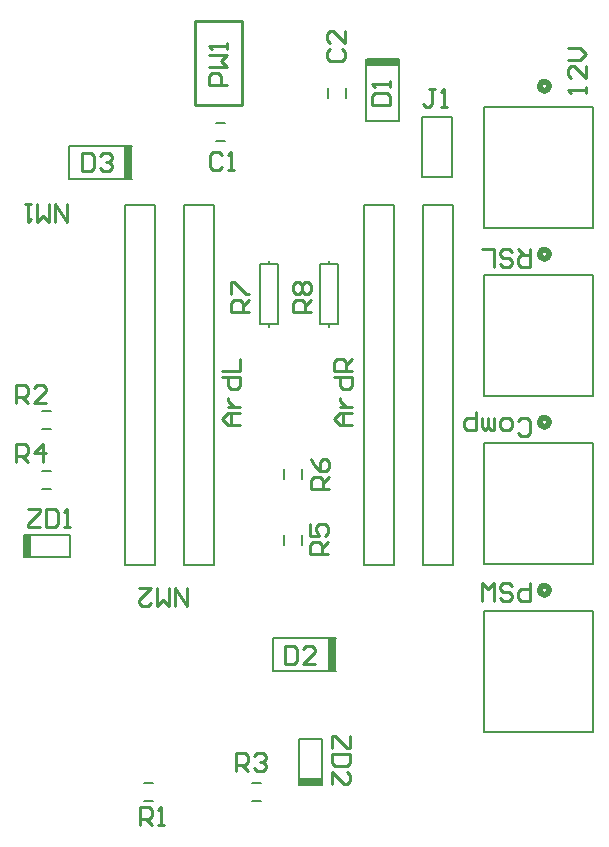
<source format=gto>
%FSLAX25Y25*%
%MOIN*%
G70*
G01*
G75*
%ADD10R,0.04331X0.06693*%
%ADD11R,0.06693X0.04331*%
%ADD12R,0.06299X0.12992*%
%ADD13R,0.06299X0.04724*%
%ADD14R,0.24606X0.26772*%
%ADD15R,0.05906X0.11811*%
%ADD16C,0.01000*%
%ADD17C,0.01969*%
%ADD18C,0.05906*%
%ADD19R,0.05906X0.05906*%
%ADD20C,0.19685*%
%ADD21C,0.07100*%
%ADD22C,0.07874*%
%ADD23R,0.07874X0.07874*%
%ADD24R,0.07874X0.07874*%
%ADD25R,0.05906X0.05906*%
%ADD26C,0.05512*%
%ADD27C,0.05000*%
%ADD28C,0.01181*%
%ADD29C,0.02000*%
%ADD30C,0.00787*%
%ADD31C,0.00600*%
%ADD32R,0.11024X0.03150*%
%ADD33R,0.03150X0.11024*%
%ADD34R,0.07480X0.03150*%
%ADD35R,0.03150X0.07480*%
D16*
X73500Y243000D02*
X89000D01*
X73500D02*
Y271000D01*
X89000D01*
Y243000D02*
Y271000D01*
X203740Y247047D02*
Y249047D01*
Y248047D01*
X197742D01*
X198742Y247047D01*
X203740Y256044D02*
Y252046D01*
X199741Y256044D01*
X198742D01*
X197742Y255045D01*
Y253045D01*
X198742Y252046D01*
X197742Y258044D02*
X201741D01*
X203740Y260043D01*
X201741Y262042D01*
X197742D01*
X88496Y136551D02*
X84497D01*
X82498Y138550D01*
X84497Y140550D01*
X88496D01*
X85497D01*
Y136551D01*
X84497Y142549D02*
X88496D01*
X86497D01*
X85497Y143549D01*
X84497Y144549D01*
Y145548D01*
X82498Y152546D02*
X88496D01*
Y149547D01*
X87496Y148547D01*
X85497D01*
X84497Y149547D01*
Y152546D01*
X82498Y154545D02*
X88496D01*
Y158544D01*
X125803Y136488D02*
X121804D01*
X119805Y138488D01*
X121804Y140487D01*
X125803D01*
X122804D01*
Y136488D01*
X121804Y142486D02*
X125803D01*
X123804D01*
X122804Y143486D01*
X121804Y144486D01*
Y145485D01*
X119805Y152483D02*
X125803D01*
Y149484D01*
X124803Y148484D01*
X122804D01*
X121804Y149484D01*
Y152483D01*
X125803Y154482D02*
X119805D01*
Y157481D01*
X120805Y158481D01*
X122804D01*
X123804Y157481D01*
Y154482D01*
Y156482D02*
X125803Y158481D01*
X82298Y226487D02*
X81298Y227486D01*
X79299D01*
X78299Y226487D01*
Y222488D01*
X79299Y221488D01*
X81298D01*
X82298Y222488D01*
X84297Y221488D02*
X86297D01*
X85297D01*
Y227486D01*
X84297Y226487D01*
X118592Y261873D02*
X117593Y260873D01*
Y258874D01*
X118592Y257874D01*
X122591D01*
X123591Y258874D01*
Y260873D01*
X122591Y261873D01*
X123591Y267871D02*
Y263872D01*
X119592Y267871D01*
X118592D01*
X117593Y266871D01*
Y264872D01*
X118592Y263872D01*
X181041Y133813D02*
X182040Y132813D01*
X184040D01*
X185039Y133813D01*
Y137811D01*
X184040Y138811D01*
X182040D01*
X181041Y137811D01*
X178042Y138811D02*
X176042D01*
X175043Y137811D01*
Y135812D01*
X176042Y134812D01*
X178042D01*
X179041Y135812D01*
Y137811D01*
X178042Y138811D01*
X173043D02*
Y134812D01*
X172044D01*
X171044Y135812D01*
Y138811D01*
Y135812D01*
X170044Y134812D01*
X169044Y135812D01*
Y138811D01*
X167045Y140810D02*
Y134812D01*
X164046D01*
X163047Y135812D01*
Y137811D01*
X164046Y138811D01*
X167045D01*
X132498Y243142D02*
X138496D01*
Y246141D01*
X137496Y247140D01*
X133498D01*
X132498Y246141D01*
Y243142D01*
X138496Y249140D02*
Y251139D01*
Y250139D01*
X132498D01*
X133498Y249140D01*
X103402Y62808D02*
Y56810D01*
X106401D01*
X107401Y57810D01*
Y61808D01*
X106401Y62808D01*
X103402D01*
X113399Y56810D02*
X109400D01*
X113399Y60809D01*
Y61808D01*
X112399Y62808D01*
X110399D01*
X109400Y61808D01*
X35756Y227122D02*
Y221124D01*
X38755D01*
X39755Y222124D01*
Y226123D01*
X38755Y227122D01*
X35756D01*
X41754Y226123D02*
X42754Y227122D01*
X44753D01*
X45753Y226123D01*
Y225123D01*
X44753Y224123D01*
X43753D01*
X44753D01*
X45753Y223124D01*
Y222124D01*
X44753Y221124D01*
X42754D01*
X41754Y222124D01*
X153599Y248398D02*
X151599D01*
X152599D01*
Y243400D01*
X151599Y242400D01*
X150600D01*
X149600Y243400D01*
X155598Y242400D02*
X157597D01*
X156598D01*
Y248398D01*
X155598Y247398D01*
X30614Y209945D02*
Y203947D01*
X26616Y209945D01*
Y203947D01*
X24616Y209945D02*
Y203947D01*
X22617Y205946D01*
X20617Y203947D01*
Y209945D01*
X18618D02*
X16619D01*
X17618D01*
Y203947D01*
X18618Y204946D01*
X70811Y81976D02*
Y75978D01*
X66812Y81976D01*
Y75978D01*
X64813Y81976D02*
Y75978D01*
X62814Y77978D01*
X60814Y75978D01*
Y81976D01*
X54816D02*
X58815D01*
X54816Y77978D01*
Y76978D01*
X55816Y75978D01*
X57815D01*
X58815Y76978D01*
X185008Y83693D02*
Y77695D01*
X182009D01*
X181009Y78694D01*
Y80694D01*
X182009Y81694D01*
X185008D01*
X175011Y78694D02*
X176011Y77695D01*
X178010D01*
X179010Y78694D01*
Y79694D01*
X178010Y80694D01*
X176011D01*
X175011Y81694D01*
Y82693D01*
X176011Y83693D01*
X178010D01*
X179010Y82693D01*
X173012Y77695D02*
Y83693D01*
X171012Y81694D01*
X169013Y83693D01*
Y77695D01*
X84031Y249795D02*
X78033D01*
Y252794D01*
X79033Y253794D01*
X81033D01*
X82032Y252794D01*
Y249795D01*
X78033Y255793D02*
X84031D01*
X82032Y257793D01*
X84031Y259792D01*
X78033D01*
X84031Y261791D02*
Y263791D01*
Y262791D01*
X78033D01*
X79033Y261791D01*
X55118Y2953D02*
Y8951D01*
X58117D01*
X59117Y7951D01*
Y5952D01*
X58117Y4952D01*
X55118D01*
X57117D02*
X59117Y2953D01*
X61116D02*
X63116D01*
X62116D01*
Y8951D01*
X61116Y7951D01*
X13780Y143701D02*
Y149699D01*
X16779D01*
X17778Y148699D01*
Y146700D01*
X16779Y145700D01*
X13780D01*
X15779D02*
X17778Y143701D01*
X23776D02*
X19778D01*
X23776Y147699D01*
Y148699D01*
X22777Y149699D01*
X20777D01*
X19778Y148699D01*
X86950Y20950D02*
Y26948D01*
X89949D01*
X90949Y25948D01*
Y23949D01*
X89949Y22949D01*
X86950D01*
X88949D02*
X90949Y20950D01*
X92948Y25948D02*
X93948Y26948D01*
X95947D01*
X96947Y25948D01*
Y24949D01*
X95947Y23949D01*
X94947D01*
X95947D01*
X96947Y22949D01*
Y21950D01*
X95947Y20950D01*
X93948D01*
X92948Y21950D01*
X13780Y124016D02*
Y130014D01*
X16779D01*
X17778Y129014D01*
Y127015D01*
X16779Y126015D01*
X13780D01*
X15779D02*
X17778Y124016D01*
X22777D02*
Y130014D01*
X19778Y127015D01*
X23776D01*
X117724Y93504D02*
X111726D01*
Y96503D01*
X112726Y97503D01*
X114725D01*
X115725Y96503D01*
Y93504D01*
Y95503D02*
X117724Y97503D01*
X111726Y103501D02*
Y99502D01*
X114725D01*
X113726Y101501D01*
Y102501D01*
X114725Y103501D01*
X116725D01*
X117724Y102501D01*
Y100502D01*
X116725Y99502D01*
X118110Y115157D02*
X112112D01*
Y118157D01*
X113112Y119156D01*
X115111D01*
X116111Y118157D01*
Y115157D01*
Y117157D02*
X118110Y119156D01*
X112112Y125154D02*
X113112Y123155D01*
X115111Y121156D01*
X117111D01*
X118110Y122155D01*
Y124155D01*
X117111Y125154D01*
X116111D01*
X115111Y124155D01*
Y121156D01*
X91535Y174213D02*
X85537D01*
Y177212D01*
X86537Y178211D01*
X88536D01*
X89536Y177212D01*
Y174213D01*
Y176212D02*
X91535Y178211D01*
X85537Y180211D02*
Y184209D01*
X86537D01*
X90536Y180211D01*
X91535D01*
X112205Y174213D02*
X106207D01*
Y177212D01*
X107206Y178211D01*
X109206D01*
X110205Y177212D01*
Y174213D01*
Y176212D02*
X112205Y178211D01*
X107206Y180211D02*
X106207Y181210D01*
Y183210D01*
X107206Y184209D01*
X108206D01*
X109206Y183210D01*
X110205Y184209D01*
X111205D01*
X112205Y183210D01*
Y181210D01*
X111205Y180211D01*
X110205D01*
X109206Y181210D01*
X108206Y180211D01*
X107206D01*
X109206Y181210D02*
Y183210D01*
X185039Y195008D02*
Y189010D01*
X182040D01*
X181041Y190009D01*
Y192009D01*
X182040Y193008D01*
X185039D01*
X183040D02*
X181041Y195008D01*
X175043Y190009D02*
X176042Y189010D01*
X178042D01*
X179041Y190009D01*
Y191009D01*
X178042Y192009D01*
X176042D01*
X175043Y193008D01*
Y194008D01*
X176042Y195008D01*
X178042D01*
X179041Y194008D01*
X173043Y189010D02*
Y195008D01*
X169044D01*
X17717Y108486D02*
X21715D01*
Y107487D01*
X17717Y103488D01*
Y102488D01*
X21715D01*
X23715Y108486D02*
Y102488D01*
X26714D01*
X27713Y103488D01*
Y107487D01*
X26714Y108486D01*
X23715D01*
X29713Y102488D02*
X31712D01*
X30712D01*
Y108486D01*
X29713Y107487D01*
X125077Y32756D02*
Y28757D01*
X124077D01*
X120078Y32756D01*
X119079D01*
Y28757D01*
X125077Y26758D02*
X119079D01*
Y23759D01*
X120078Y22759D01*
X124077D01*
X125077Y23759D01*
Y26758D01*
X119079Y16761D02*
Y20760D01*
X123077Y16761D01*
X124077D01*
X125077Y17761D01*
Y19760D01*
X124077Y20760D01*
D29*
X191500Y249342D02*
X191149Y250307D01*
X190261Y250820D01*
X189250Y250642D01*
X188591Y249855D01*
Y248830D01*
X189250Y248043D01*
X190261Y247865D01*
X191149Y248378D01*
X191500Y249342D01*
Y193342D02*
X191149Y194307D01*
X190261Y194820D01*
X189250Y194642D01*
X188591Y193856D01*
Y192830D01*
X189250Y192043D01*
X190261Y191865D01*
X191149Y192378D01*
X191500Y193342D01*
Y137343D02*
X191149Y138307D01*
X190261Y138820D01*
X189250Y138642D01*
X188591Y137856D01*
Y136829D01*
X189250Y136044D01*
X190261Y135865D01*
X191149Y136378D01*
X191500Y137343D01*
Y81343D02*
X191149Y82307D01*
X190261Y82820D01*
X189250Y82642D01*
X188591Y81856D01*
Y80830D01*
X189250Y80044D01*
X190261Y79865D01*
X191149Y80378D01*
X191500Y81343D01*
D30*
X92425Y16953D02*
X95575D01*
X92425Y11047D02*
X95575D01*
X159000Y219000D02*
Y239000D01*
X149000D02*
X159000D01*
X149000Y219000D02*
Y239000D01*
Y219000D02*
X159000D01*
X69803Y89724D02*
X79803D01*
X69803D02*
Y209724D01*
X79803D01*
Y202224D02*
Y209724D01*
Y89724D02*
Y202224D01*
X129803Y89724D02*
X139803D01*
X129803D02*
Y209724D01*
X139803D01*
Y202224D02*
Y209724D01*
Y89724D02*
Y202224D01*
X50118Y89724D02*
X60118D01*
X50118D02*
Y209724D01*
X60118D01*
Y202224D02*
Y209724D01*
Y89724D02*
Y202224D01*
X149488Y89724D02*
X159488D01*
X149488D02*
Y209724D01*
X159488D01*
Y202224D02*
Y209724D01*
Y89724D02*
Y202224D01*
X130488Y237567D02*
X141512D01*
X130488D02*
Y258433D01*
X141512Y237567D02*
Y258433D01*
X99567Y54488D02*
Y65512D01*
X120433D01*
X99567Y54488D02*
X120433D01*
X31567Y218488D02*
Y229512D01*
X52433D01*
X31567Y218488D02*
X52433D01*
X117795Y245409D02*
Y248559D01*
X123701Y245409D02*
Y248559D01*
X80425Y231047D02*
X83575D01*
X80425Y236953D02*
X83575D01*
X108260Y16323D02*
Y31677D01*
X115740Y16323D02*
Y31677D01*
X108260D02*
X115740D01*
X16323Y99740D02*
X31677D01*
X16323Y92260D02*
X31677D01*
Y99740D01*
X103047Y96425D02*
Y99575D01*
X108953Y96425D02*
Y99575D01*
X98000Y190000D02*
Y190900D01*
Y169100D02*
Y170000D01*
Y190000D02*
X101000D01*
Y170000D02*
Y190000D01*
X95000Y170000D02*
X101000D01*
X95000D02*
Y190000D01*
X98000D01*
X118000Y169100D02*
Y170000D01*
Y190000D02*
Y190900D01*
X115000Y170000D02*
X118000D01*
X115000D02*
Y190000D01*
X121000D01*
Y170000D02*
Y190000D01*
X118000Y170000D02*
X121000D01*
X108953Y118425D02*
Y121575D01*
X103047Y118425D02*
Y121575D01*
X22425Y140953D02*
X25575D01*
X22425Y135047D02*
X25575D01*
X22425Y115047D02*
X25575D01*
X22425Y120953D02*
X25575D01*
X56425Y16953D02*
X59575D01*
X56425Y11047D02*
X59575D01*
D31*
X169815Y201972D02*
Y242343D01*
Y201972D02*
X206248D01*
Y242343D01*
X169815D02*
X206248D01*
X169815Y145972D02*
Y186343D01*
Y145972D02*
X206248D01*
Y186343D01*
X169815D02*
X206248D01*
X169815Y89972D02*
Y130343D01*
Y89972D02*
X206248D01*
Y130343D01*
X169815D02*
X206248D01*
X169815Y33972D02*
Y74343D01*
Y33972D02*
X206248D01*
Y74343D01*
X169815D02*
X206248D01*
D32*
X136017Y257252D02*
D03*
D33*
X119252Y59989D02*
D03*
X51252Y223993D02*
D03*
D34*
X112000Y17504D02*
D03*
D35*
X17504Y96000D02*
D03*
M02*

</source>
